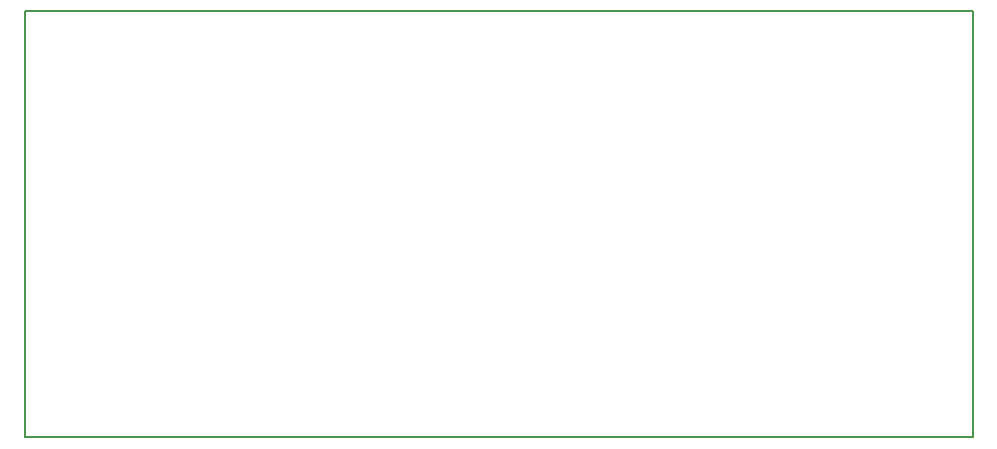
<source format=gko>
G04 #@! TF.FileFunction,Profile,NP*
%FSLAX46Y46*%
G04 Gerber Fmt 4.6, Leading zero omitted, Abs format (unit mm)*
G04 Created by KiCad (PCBNEW 4.0.1-3.201512221402+6198~38~ubuntu14.04.1-stable) date Sat 13 Aug 2016 09:47:32 AM PDT*
%MOMM*%
G01*
G04 APERTURE LIST*
%ADD10C,0.100000*%
%ADD11C,0.150000*%
G04 APERTURE END LIST*
D10*
D11*
X98044000Y-77216000D02*
X178308000Y-77216000D01*
X98044000Y-113284000D02*
X98044000Y-77216000D01*
X178308000Y-113284000D02*
X98044000Y-113284000D01*
X178308000Y-77216000D02*
X178308000Y-113284000D01*
M02*

</source>
